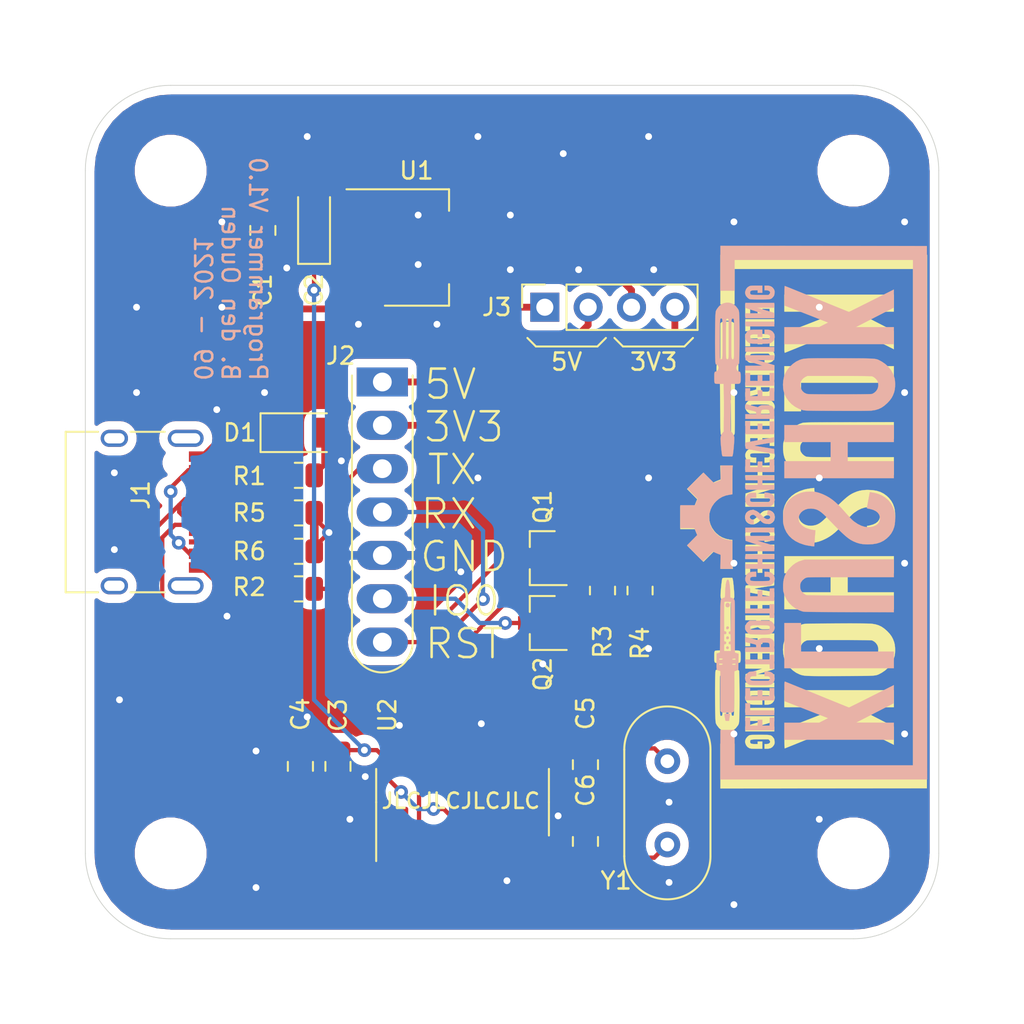
<source format=kicad_pcb>
(kicad_pcb (version 20171130) (host pcbnew "(5.1.9)-1")
  (layers (0 F.Cu signal) (31 B.Cu signal) (34 B.Paste user) (35 F.Paste user) (36 B.SilkS user) (37 F.SilkS user) (38 B.Mask user) (39 F.Mask user) (44 Edge.Cuts user))
  (net 0 "")
  (net 1 GND)
  (net 2 +5V)
  (net 3 +3V3)
  (net 4 "Net-(C5-Pad1)")
  (net 5 "Net-(C6-Pad1)")
  (net 6 "Net-(D1-Pad2)")
  (net 7 /D_P)
  (net 8 /D_N)
  (net 9 /RST)
  (net 10 /IO0)
  (net 11 /RX)
  (net 12 /TX)
  (net 13 /RTS)
  (net 14 "Net-(Q1-Pad1)")
  (net 15 /DTR)
  (net 16 "Net-(Q2-Pad1)")
  (net 17 "Net-(R2-Pad2)")
  (net 18 "Net-(U2-Pad15)")
  (net 19 "Net-(U2-Pad12)")
  (net 20 "Net-(U2-Pad11)")
  (net 21 "Net-(U2-Pad10)")
  (net 22 "Net-(U2-Pad9)")
  (net 23 "Net-(J1-PadB8)")
  (net 24 "Net-(J1-PadA5)")
  (net 25 "Net-(J1-PadA8)")
  (net 26 "Net-(J1-PadB5)")
  (net 27 "Net-(J1-PadS1)")
  (net 28 /5V_sel)
  (net 29 /3V3_sel)
  (module programmer:pogo_conn_01x07_oval (layer F.Cu) (at 47.4 55 270)
    (fp_text reference J2 (at -9.153 2.442 180) (layer F.SilkS))
    (fp_text value "Pogo pins")
    (pad 7 thru_hole oval (at 7.62 0 270) (size 1.7 3) (drill 1.1) (layers *.Cu *.Mask) (net 9 /RST))
    (pad 5 thru_hole oval (at 2.54 0 270) (size 1.7 3) (drill 1.1) (layers *.Cu *.Mask) (net 1 GND))
    (pad 3 thru_hole oval (at -2.54 0 270) (size 1.7 3) (drill 1.1) (layers *.Cu *.Mask) (net 12 /TX))
    (pad 1 thru_hole rect (at -7.62 0 270) (size 1.7 3) (drill 1.1) (layers *.Cu *.Mask) (net 28 /5V_sel))
    (pad 2 thru_hole oval (at -5.08 0 270) (size 1.7 3) (drill 1.1) (layers *.Cu *.Mask) (net 29 /3V3_sel))
    (pad 4 thru_hole oval (at 0 0 270) (size 1.7 3) (drill 1.1) (layers *.Cu *.Mask) (net 11 /RX))
    (pad 6 thru_hole oval (at 5.08 0 270) (size 1.7 3) (drill 1.1) (layers *.Cu *.Mask) (net 10 /IO0))
  )
  (module programmer:progpin_position_7pin (layer F.Cu) (at 55.3 54.9 270)
    (fp_text reference Ref** hide)
    (fp_text value Val** hide)
  )
  (module Connector_PinSocket_2.54mm:PinSocket_1x04_P2.54mm_Vertical (layer F.Cu) (at 56.92 43 90)
    (fp_text reference J3 (at 0 -2.82 180) (layer F.SilkS))
    (fp_text value "power select")
    (pad 4 thru_hole oval (at 0 7.62 90) (size 1.7 1.7) (drill 1) (layers *.Cu *.Mask) (net 29 /3V3_sel))
    (pad 3 thru_hole oval (at 0 5.08 90) (size 1.7 1.7) (drill 1) (layers *.Cu *.Mask) (net 3 +3V3))
    (pad 2 thru_hole oval (at 0 2.54 90) (size 1.7 1.7) (drill 1) (layers *.Cu *.Mask) (net 28 /5V_sel))
    (pad 1 thru_hole rect (at 0 0 90) (size 1.7 1.7) (drill 1) (layers *.Cu *.Mask) (net 2 +5V))
  )
  (module klushok-logo:logo_14.5x31.5mm (layer F.Cu) (at 73.2 55.3 270)
    (fp_text reference REF** hide)
    (fp_text value logo hide)
  )
  (module Resistor_SMD:R_0805_2012Metric (layer F.Cu) (at 42.5 57.3 180)
    (fp_text reference R6 (at 2.9 0) (layer F.SilkS))
    (fp_text value 5k1)
    (pad 2 smd roundrect (at 0.9125 0 180) (size 1.025 1.4) (layers F.Cu F.Paste F.Mask) (roundrect_rratio 0.2439004878048781) (net 26 "Net-(J1-PadB5)"))
    (pad 1 smd roundrect (at -0.9125 0 180) (size 1.025 1.4) (layers F.Cu F.Paste F.Mask) (roundrect_rratio 0.2439004878048781) (net 1 GND))
  )
  (module Resistor_SMD:R_0805_2012Metric (layer F.Cu) (at 42.5 55.05 180)
    (fp_text reference R5 (at 2.9 0) (layer F.SilkS))
    (fp_text value 5k1)
    (pad 2 smd roundrect (at 0.9125 0 180) (size 1.025 1.4) (layers F.Cu F.Paste F.Mask) (roundrect_rratio 0.2439004878048781) (net 24 "Net-(J1-PadA5)"))
    (pad 1 smd roundrect (at -0.9125 0 180) (size 1.025 1.4) (layers F.Cu F.Paste F.Mask) (roundrect_rratio 0.2439004878048781) (net 1 GND))
  )
  (module Connector_USB:USB_C_Receptacle_HRO_TYPE-C-31-M-12 (layer F.Cu) (at 32.75 55 270)
    (fp_text reference J1 (at -1 -0.5 90) (layer F.SilkS))
    (fp_text value USB_C_Receptacle_USB2.0)
    (pad B1 smd rect (at 3.25 -4.045 270) (size 0.6 1.45) (layers F.Cu F.Paste F.Mask) (net 1 GND))
    (pad A9 smd rect (at 2.45 -4.045 270) (size 0.6 1.45) (layers F.Cu F.Paste F.Mask) (net 2 +5V))
    (pad B9 smd rect (at -2.45 -4.045 270) (size 0.6 1.45) (layers F.Cu F.Paste F.Mask) (net 2 +5V))
    (pad B12 smd rect (at -3.25 -4.045 270) (size 0.6 1.45) (layers F.Cu F.Paste F.Mask) (net 1 GND))
    (pad A1 smd rect (at -3.25 -4.045 270) (size 0.6 1.45) (layers F.Cu F.Paste F.Mask) (net 1 GND))
    (pad A4 smd rect (at -2.45 -4.045 270) (size 0.6 1.45) (layers F.Cu F.Paste F.Mask) (net 2 +5V))
    (pad B4 smd rect (at 2.45 -4.045 270) (size 0.6 1.45) (layers F.Cu F.Paste F.Mask) (net 2 +5V))
    (pad A12 smd rect (at 3.25 -4.045 270) (size 0.6 1.45) (layers F.Cu F.Paste F.Mask) (net 1 GND))
    (pad B8 smd rect (at -1.75 -4.045 270) (size 0.3 1.45) (layers F.Cu F.Paste F.Mask) (net 23 "Net-(J1-PadB8)"))
    (pad A5 smd rect (at -1.25 -4.045 270) (size 0.3 1.45) (layers F.Cu F.Paste F.Mask) (net 24 "Net-(J1-PadA5)"))
    (pad B7 smd rect (at -0.75 -4.045 270) (size 0.3 1.45) (layers F.Cu F.Paste F.Mask) (net 8 /D_N))
    (pad A7 smd rect (at 0.25 -4.045 270) (size 0.3 1.45) (layers F.Cu F.Paste F.Mask) (net 8 /D_N))
    (pad B6 smd rect (at 0.75 -4.045 270) (size 0.3 1.45) (layers F.Cu F.Paste F.Mask) (net 7 /D_P))
    (pad A8 smd rect (at 1.25 -4.045 270) (size 0.3 1.45) (layers F.Cu F.Paste F.Mask) (net 25 "Net-(J1-PadA8)"))
    (pad B5 smd rect (at 1.75 -4.045 270) (size 0.3 1.45) (layers F.Cu F.Paste F.Mask) (net 26 "Net-(J1-PadB5)"))
    (pad A6 smd rect (at -0.25 -4.045 270) (size 0.3 1.45) (layers F.Cu F.Paste F.Mask) (net 7 /D_P))
    (pad S1 thru_hole oval (at 4.32 -3.13 270) (size 1 2.1) (drill oval 0.6 1.7) (layers *.Cu *.Mask) (net 27 "Net-(J1-PadS1)"))
    (pad S1 thru_hole oval (at -4.32 -3.13 270) (size 1 2.1) (drill oval 0.6 1.7) (layers *.Cu *.Mask) (net 27 "Net-(J1-PadS1)"))
    (pad "" np_thru_hole circle (at -2.89 -2.6 270) (size 0.65 0.65) (drill 0.65) (layers *.Cu *.Mask))
    (pad S1 thru_hole oval (at -4.32 1.05 270) (size 1 1.6) (drill oval 0.6 1.2) (layers *.Cu *.Mask) (net 27 "Net-(J1-PadS1)"))
    (pad "" np_thru_hole circle (at 2.89 -2.6 270) (size 0.65 0.65) (drill 0.65) (layers *.Cu *.Mask))
    (pad S1 thru_hole oval (at 4.32 1.05 270) (size 1 1.6) (drill oval 0.6 1.2) (layers *.Cu *.Mask) (net 27 "Net-(J1-PadS1)"))
  )
  (module klushok-logo:logo_14.5x31.5mm (layer B.Cu) (at 73.2 55.3 90)
    (fp_text reference REF** hide)
    (fp_text value logo hide)
  )
  (module MountingHole:MountingHole_3.2mm_M3 (layer F.Cu) (at 75 75)
    (fp_text reference REF** hide)
    (fp_text value MountingHole_3.2mm_M3)
    (pad 1 np_thru_hole circle (at 0 0) (size 3.2 3.2) (drill 3.2) (layers *.Cu *.Mask))
  )
  (module MountingHole:MountingHole_3.2mm_M3 (layer F.Cu) (at 35 75)
    (fp_text reference REF** hide)
    (fp_text value MountingHole_3.2mm_M3)
    (pad 1 np_thru_hole circle (at 0 0) (size 3.2 3.2) (drill 3.2) (layers *.Cu *.Mask))
  )
  (module MountingHole:MountingHole_3.2mm_M3 (layer F.Cu) (at 75 35)
    (fp_text reference REF** hide)
    (fp_text value MountingHole_3.2mm_M3)
    (pad 1 np_thru_hole circle (at 0 0) (size 3.2 3.2) (drill 3.2) (layers *.Cu *.Mask))
  )
  (module MountingHole:MountingHole_3.2mm_M3 (layer F.Cu) (at 35 35)
    (fp_text reference REF** hide)
    (fp_text value MountingHole_3.2mm_M3)
    (pad 1 np_thru_hole circle (at 0 0) (size 3.2 3.2) (drill 3.2) (layers *.Cu *.Mask))
  )
  (module Crystal:Crystal_HC49-U_Vertical (layer F.Cu) (at 64.1 69.6 270)
    (fp_text reference Y1 (at 7 3 180) (layer F.SilkS))
    (fp_text value 12MHz)
    (pad 2 thru_hole circle (at 4.88 0 270) (size 1.5 1.5) (drill 0.8) (layers *.Cu *.Mask) (net 5 "Net-(C6-Pad1)"))
    (pad 1 thru_hole circle (at 0 0 270) (size 1.5 1.5) (drill 0.8) (layers *.Cu *.Mask) (net 4 "Net-(C5-Pad1)"))
  )
  (module Package_SO:SOIC-16_3.9x9.9mm_P1.27mm (layer F.Cu) (at 52.1 72 90)
    (fp_text reference U2 (at 5.1 -4.4 90) (layer F.SilkS))
    (fp_text value CH340G)
    (pad 16 smd roundrect (at 2.475 -4.445 90) (size 1.95 0.6) (layers F.Cu F.Paste F.Mask) (net 3 +3V3))
    (pad 15 smd roundrect (at 2.475 -3.175 90) (size 1.95 0.6) (layers F.Cu F.Paste F.Mask) (net 18 "Net-(U2-Pad15)"))
    (pad 14 smd roundrect (at 2.475 -1.905 90) (size 1.95 0.6) (layers F.Cu F.Paste F.Mask) (net 13 /RTS))
    (pad 13 smd roundrect (at 2.475 -0.635 90) (size 1.95 0.6) (layers F.Cu F.Paste F.Mask) (net 15 /DTR))
    (pad 12 smd roundrect (at 2.475 0.635 90) (size 1.95 0.6) (layers F.Cu F.Paste F.Mask) (net 19 "Net-(U2-Pad12)"))
    (pad 11 smd roundrect (at 2.475 1.905 90) (size 1.95 0.6) (layers F.Cu F.Paste F.Mask) (net 20 "Net-(U2-Pad11)"))
    (pad 10 smd roundrect (at 2.475 3.175 90) (size 1.95 0.6) (layers F.Cu F.Paste F.Mask) (net 21 "Net-(U2-Pad10)"))
    (pad 9 smd roundrect (at 2.475 4.445 90) (size 1.95 0.6) (layers F.Cu F.Paste F.Mask) (net 22 "Net-(U2-Pad9)"))
    (pad 8 smd roundrect (at -2.475 4.445 90) (size 1.95 0.6) (layers F.Cu F.Paste F.Mask) (net 5 "Net-(C6-Pad1)"))
    (pad 7 smd roundrect (at -2.475 3.175 90) (size 1.95 0.6) (layers F.Cu F.Paste F.Mask) (net 4 "Net-(C5-Pad1)"))
    (pad 6 smd roundrect (at -2.475 1.905 90) (size 1.95 0.6) (layers F.Cu F.Paste F.Mask) (net 8 /D_N))
    (pad 5 smd roundrect (at -2.475 0.635 90) (size 1.95 0.6) (layers F.Cu F.Paste F.Mask) (net 7 /D_P))
    (pad 4 smd roundrect (at -2.475 -0.635 90) (size 1.95 0.6) (layers F.Cu F.Paste F.Mask) (net 3 +3V3))
    (pad 3 smd roundrect (at -2.475 -1.905 90) (size 1.95 0.6) (layers F.Cu F.Paste F.Mask) (net 17 "Net-(R2-Pad2)"))
    (pad 2 smd roundrect (at -2.475 -3.175 90) (size 1.95 0.6) (layers F.Cu F.Paste F.Mask) (net 11 /RX))
    (pad 1 smd roundrect (at -2.475 -4.445 90) (size 1.95 0.6) (layers F.Cu F.Paste F.Mask) (net 1 GND))
  )
  (module Package_TO_SOT_SMD:SOT-223-3_TabPin2 (layer F.Cu) (at 49.4 39.5)
    (fp_text reference U1 (at 0 -4.5) (layer F.SilkS))
    (fp_text value AMS1117-3.3)
    (pad 1 smd rect (at -3.15 -2.3) (size 2 1.5) (layers F.Cu F.Paste F.Mask) (net 1 GND))
    (pad 3 smd rect (at -3.15 2.3) (size 2 1.5) (layers F.Cu F.Paste F.Mask) (net 2 +5V))
    (pad 2 smd rect (at -3.15 0) (size 2 1.5) (layers F.Cu F.Paste F.Mask) (net 3 +3V3))
    (pad 2 smd rect (at 3.15 0) (size 2 3.8) (layers F.Cu F.Paste F.Mask) (net 3 +3V3))
  )
  (module Resistor_SMD:R_0805_2012Metric (layer F.Cu) (at 62.5 59.6 90)
    (fp_text reference R4 (at -3.0875 0 90) (layer F.SilkS))
    (fp_text value 10k)
    (pad 1 smd roundrect (at -0.9125 0 90) (size 1.025 1.4) (layers F.Cu F.Paste F.Mask) (roundrect_rratio 0.2439004878048781) (net 16 "Net-(Q2-Pad1)"))
    (pad 2 smd roundrect (at 0.9125 0 90) (size 1.025 1.4) (layers F.Cu F.Paste F.Mask) (roundrect_rratio 0.2439004878048781) (net 13 /RTS))
  )
  (module Resistor_SMD:R_0805_2012Metric (layer F.Cu) (at 60.3 59.6 270)
    (fp_text reference R3 (at 3 0 90) (layer F.SilkS))
    (fp_text value 10k)
    (pad 1 smd roundrect (at -0.9125 0 270) (size 1.025 1.4) (layers F.Cu F.Paste F.Mask) (roundrect_rratio 0.2439004878048781) (net 14 "Net-(Q1-Pad1)"))
    (pad 2 smd roundrect (at 0.9125 0 270) (size 1.025 1.4) (layers F.Cu F.Paste F.Mask) (roundrect_rratio 0.2439004878048781) (net 15 /DTR))
  )
  (module Resistor_SMD:R_0805_2012Metric (layer F.Cu) (at 42.5 59.5 180)
    (fp_text reference R2 (at 2.9 0.1) (layer F.SilkS))
    (fp_text value 470)
    (pad 2 smd roundrect (at 0.9125 0 180) (size 1.025 1.4) (layers F.Cu F.Paste F.Mask) (roundrect_rratio 0.2439004878048781) (net 17 "Net-(R2-Pad2)"))
    (pad 1 smd roundrect (at -0.9125 0 180) (size 1.025 1.4) (layers F.Cu F.Paste F.Mask) (roundrect_rratio 0.2439004878048781) (net 12 /TX))
  )
  (module Resistor_SMD:R_0805_2012Metric (layer F.Cu) (at 42.5 52.85 180)
    (fp_text reference R1 (at 2.9 -0.05) (layer F.SilkS))
    (fp_text value 300)
    (pad 2 smd roundrect (at 0.9125 0 180) (size 1.025 1.4) (layers F.Cu F.Paste F.Mask) (roundrect_rratio 0.2439004878048781) (net 2 +5V))
    (pad 1 smd roundrect (at -0.9125 0 180) (size 1.025 1.4) (layers F.Cu F.Paste F.Mask) (roundrect_rratio 0.2439004878048781) (net 6 "Net-(D1-Pad2)"))
  )
  (module Package_TO_SOT_SMD:SOT-23 (layer F.Cu) (at 56.8 61.5 180)
    (fp_text reference Q2 (at 0 -3 90) (layer F.SilkS))
    (fp_text value MMBT3904)
    (pad 1 smd rect (at -1 -0.95 180) (size 0.9 0.8) (layers F.Cu F.Paste F.Mask) (net 16 "Net-(Q2-Pad1)"))
    (pad 2 smd rect (at -1 0.95 180) (size 0.9 0.8) (layers F.Cu F.Paste F.Mask) (net 15 /DTR))
    (pad 3 smd rect (at 1 0 180) (size 0.9 0.8) (layers F.Cu F.Paste F.Mask) (net 10 /IO0))
  )
  (module Package_TO_SOT_SMD:SOT-23 (layer F.Cu) (at 56.8 57.7 180)
    (fp_text reference Q1 (at 0 3 90) (layer F.SilkS))
    (fp_text value MMBT3904)
    (pad 1 smd rect (at -1 -0.95 180) (size 0.9 0.8) (layers F.Cu F.Paste F.Mask) (net 14 "Net-(Q1-Pad1)"))
    (pad 2 smd rect (at -1 0.95 180) (size 0.9 0.8) (layers F.Cu F.Paste F.Mask) (net 13 /RTS))
    (pad 3 smd rect (at 1 0 180) (size 0.9 0.8) (layers F.Cu F.Paste F.Mask) (net 9 /RST))
  )
  (module LED_SMD:LED_1206_3216Metric (layer F.Cu) (at 42.55 50.35)
    (fp_text reference D1 (at -3.5 0) (layer F.SilkS))
    (fp_text value PWR)
    (pad 2 smd roundrect (at 1.4 0) (size 1.25 1.75) (layers F.Cu F.Paste F.Mask) (roundrect_rratio 0.2) (net 6 "Net-(D1-Pad2)"))
    (pad 1 smd roundrect (at -1.4 0) (size 1.25 1.75) (layers F.Cu F.Paste F.Mask) (roundrect_rratio 0.2) (net 1 GND))
  )
  (module Capacitor_SMD:C_0805_2012Metric (layer F.Cu) (at 59.3 74.3 90)
    (fp_text reference C6 (at 3 0 90) (layer F.SilkS))
    (fp_text value 22pF)
    (pad 2 smd roundrect (at 0.95 0 90) (size 1 1.45) (layers F.Cu F.Paste F.Mask) (net 1 GND))
    (pad 1 smd roundrect (at -0.95 0 90) (size 1 1.45) (layers F.Cu F.Paste F.Mask) (net 5 "Net-(C6-Pad1)"))
  )
  (module Capacitor_SMD:C_0805_2012Metric (layer F.Cu) (at 59.3 69.8 270)
    (fp_text reference C5 (at -3 0 90) (layer F.SilkS))
    (fp_text value 22pF)
    (pad 2 smd roundrect (at 0.95 0 270) (size 1 1.45) (layers F.Cu F.Paste F.Mask) (net 1 GND))
    (pad 1 smd roundrect (at -0.95 0 270) (size 1 1.45) (layers F.Cu F.Paste F.Mask) (net 4 "Net-(C5-Pad1)"))
  )
  (module Capacitor_SMD:C_0805_2012Metric (layer F.Cu) (at 42.6 69.9 270)
    (fp_text reference C4 (at -3.05 0 90) (layer F.SilkS))
    (fp_text value 100nF)
    (pad 2 smd roundrect (at 0.95 0 270) (size 1 1.45) (layers F.Cu F.Paste F.Mask) (net 1 GND))
    (pad 1 smd roundrect (at -0.95 0 270) (size 1 1.45) (layers F.Cu F.Paste F.Mask) (net 3 +3V3))
  )
  (module Capacitor_SMD:C_0805_2012Metric (layer F.Cu) (at 44.8 69.9 270)
    (fp_text reference C3 (at -3 0 90) (layer F.SilkS))
    (fp_text value 10uF)
    (pad 2 smd roundrect (at 0.95 0 270) (size 1 1.45) (layers F.Cu F.Paste F.Mask) (net 1 GND))
    (pad 1 smd roundrect (at -0.95 0 270) (size 1 1.45) (layers F.Cu F.Paste F.Mask) (net 3 +3V3))
  )
  (module Capacitor_Tantalum_SMD:CP_EIA-3216-10_Kemet-I (layer F.Cu) (at 43.4 38.15 90)
    (fp_text reference C2 (at -3.85 0 90) (layer F.SilkS))
    (fp_text value 10uF)
    (pad 2 smd roundrect (at 1.35 0 90) (size 1.4 1.35) (layers F.Cu F.Paste F.Mask) (roundrect_rratio 0.1851844444444445) (net 1 GND))
    (pad 1 smd roundrect (at -1.35 0 90) (size 1.4 1.35) (layers F.Cu F.Paste F.Mask) (roundrect_rratio 0.1851844444444445) (net 3 +3V3))
  )
  (module Capacitor_SMD:C_0805_2012Metric (layer F.Cu) (at 40.4 38.5 90)
    (fp_text reference C1 (at -3.5 0 90) (layer F.SilkS))
    (fp_text value 10uF)
    (pad 2 smd roundrect (at 0.95 0 90) (size 1 1.45) (layers F.Cu F.Paste F.Mask) (net 1 GND))
    (pad 1 smd roundrect (at -0.95 0 90) (size 1 1.45) (layers F.Cu F.Paste F.Mask) (net 2 +5V))
  )
  (gr_text JLCJLCJLCJLC (at 51.9964 71.9228) (layer F.SilkS) (effects (font (size 0.9 0.9))))
  (gr_line (start 56.4 45.3) (end 60 45.3) (layer F.SilkS) (width 0.12))
  (gr_line (start 55.9 44.8) (end 56.4 45.3) (layer F.SilkS) (width 0.12))
  (gr_line (start 60 45.3) (end 60.5 44.8) (layer F.SilkS) (width 0.12))
  (gr_line (start 65.1 45.3) (end 65.6 44.8) (layer F.SilkS) (width 0.12))
  (gr_line (start 61.5 45.3) (end 65.1 45.3) (layer F.SilkS) (width 0.12))
  (gr_line (start 61 44.8) (end 61.5 45.3) (layer F.SilkS) (width 0.12))
  (gr_text 3V3 (at 63.3 46.2) (layer F.SilkS) (effects (font (size 1 1))))
  (gr_text 5V (at 58.2 46.2) (layer F.SilkS) (effects (font (size 1 1))))
  (gr_text "5V\n" (at 51.392 47.516) (layer F.SilkS) (effects (font (size 1.7 1.7))))
  (gr_text "Programmer V1.0\nB. den Ouden \n09 - 2021" (at 38.5 47.4 -90) (layer B.SilkS) (effects (font (size 1 1)) (justify left mirror)))
  (gr_text "RST\n" (at 52.192 62.716) (layer F.SilkS) (effects (font (size 1.7 1.7))))
  (gr_text IO0 (at 52.192 60.216) (layer F.SilkS) (effects (font (size 1.7 1.7))))
  (gr_text GND (at 52.192 57.616) (layer F.SilkS) (effects (font (size 1.7 1.7))))
  (gr_text RX (at 51.292 55.116) (layer F.SilkS) (effects (font (size 1.7 1.7))))
  (gr_text TX (at 51.492 52.516) (layer F.SilkS) (effects (font (size 1.7 1.7))))
  (gr_text 3V3 (at 52.192 50.016) (layer F.SilkS) (effects (font (size 1.7 1.7))))
  (gr_arc (start 75 75) (end 75 80) (angle -90) (layer Edge.Cuts) (width 0.05))
  (gr_arc (start 35 75) (end 30 75) (angle -90) (layer Edge.Cuts) (width 0.05))
  (gr_arc (start 75 35) (end 80 35) (angle -90) (layer Edge.Cuts) (width 0.05))
  (gr_arc (start 35 35) (end 35 30) (angle -90) (layer Edge.Cuts) (width 0.05))
  (gr_line (start 30 75) (end 30 35) (layer Edge.Cuts) (width 0.05))
  (gr_line (start 75 80) (end 35 80) (layer Edge.Cuts) (width 0.05))
  (gr_line (start 80 35) (end 80 75) (layer Edge.Cuts) (width 0.05))
  (gr_line (start 35 30) (end 75 30) (layer Edge.Cuts) (width 0.05))
  (via (at 37.7 49) (size 0.8) (drill 0.4) (layers F.Cu B.Cu) (net 1))
  (segment (start 37.7 50.845) (end 37.7 49.2) (width 0.25) (layer F.Cu) (net 1))
  (segment (start 36.795 51.75) (end 37.7 50.845) (width 0.25) (layer F.Cu) (net 1))
  (via (at 38.3 61.1) (size 0.8) (drill 0.4) (layers F.Cu B.Cu) (net 1))
  (segment (start 38.3 59.755) (end 38.3 61.1) (width 0.25) (layer F.Cu) (net 1))
  (segment (start 36.795 58.25) (end 38.3 59.755) (width 0.25) (layer F.Cu) (net 1))
  (via (at 40.5 48) (size 0.8) (drill 0.4) (layers F.Cu B.Cu) (net 1))
  (via (at 46 44) (size 0.8) (drill 0.4) (layers F.Cu B.Cu) (net 1))
  (via (at 38 43) (size 0.8) (drill 0.4) (layers F.Cu B.Cu) (net 1))
  (via (at 49.5 40.5) (size 0.8) (drill 0.4) (layers F.Cu B.Cu) (net 1))
  (via (at 41.8 40.7) (size 0.8) (drill 0.4) (layers F.Cu B.Cu) (net 1))
  (via (at 52 58.5) (size 0.8) (drill 0.4) (layers F.Cu B.Cu) (net 1))
  (via (at 53.2 67.4) (size 0.8) (drill 0.4) (layers F.Cu B.Cu) (net 1))
  (via (at 56.8 63.9) (size 0.8) (drill 0.4) (layers F.Cu B.Cu) (net 1))
  (via (at 57.7 72.8) (size 0.8) (drill 0.4) (layers F.Cu B.Cu) (net 1))
  (via (at 45.5 73) (size 0.8) (drill 0.4) (layers F.Cu B.Cu) (net 1))
  (via (at 46.4 70.5) (size 0.8) (drill 0.4) (layers F.Cu B.Cu) (net 1))
  (via (at 64.2 72) (size 0.8) (drill 0.4) (layers F.Cu B.Cu) (net 1))
  (via (at 54.7 76.6) (size 0.8) (drill 0.4) (layers F.Cu B.Cu) (net 1))
  (via (at 64.2 76.7) (size 0.8) (drill 0.4) (layers F.Cu B.Cu) (net 1))
  (via (at 48.4 67.5) (size 0.8) (drill 0.4) (layers F.Cu B.Cu) (net 1))
  (via (at 31.7 57.2) (size 0.8) (drill 0.4) (layers F.Cu B.Cu) (net 1))
  (via (at 31.7 52.7) (size 0.8) (drill 0.4) (layers F.Cu B.Cu) (net 1))
  (via (at 33 48) (size 0.8) (drill 0.4) (layers F.Cu B.Cu) (net 1))
  (via (at 50.6 44) (size 0.8) (drill 0.4) (layers F.Cu B.Cu) (net 1))
  (via (at 44.275 56.2) (size 0.8) (drill 0.4) (layers F.Cu B.Cu) (net 1))
  (segment (start 43.4125 57.0625) (end 44.275 56.2) (width 0.25) (layer F.Cu) (net 1))
  (segment (start 43.4125 57.3) (end 43.4125 57.0625) (width 0.25) (layer F.Cu) (net 1))
  (segment (start 43.4125 55.3375) (end 44.275 56.2) (width 0.25) (layer F.Cu) (net 1))
  (segment (start 43.4125 55.05) (end 43.4125 55.3375) (width 0.25) (layer F.Cu) (net 1))
  (via (at 58.9 40.8) (size 0.8) (drill 0.4) (layers F.Cu B.Cu) (net 1))
  (via (at 54.9 40.8) (size 0.8) (drill 0.4) (layers F.Cu B.Cu) (net 1))
  (via (at 49.5 37.6) (size 0.8) (drill 0.4) (layers F.Cu B.Cu) (net 1))
  (via (at 54.9 37.6) (size 0.8) (drill 0.4) (layers F.Cu B.Cu) (net 1))
  (via (at 63.3 40.8) (size 0.8) (drill 0.4) (layers F.Cu B.Cu) (net 1))
  (via (at 63 33) (size 0.8) (drill 0.4) (layers F.Cu B.Cu) (net 1))
  (via (at 68 38) (size 0.8) (drill 0.4) (layers F.Cu B.Cu) (net 1))
  (via (at 73 43) (size 0.8) (drill 0.4) (layers F.Cu B.Cu) (net 1))
  (via (at 78 38) (size 0.8) (drill 0.4) (layers F.Cu B.Cu) (net 1))
  (via (at 68 48) (size 0.8) (drill 0.4) (layers F.Cu B.Cu) (net 1))
  (via (at 73 53) (size 0.8) (drill 0.4) (layers F.Cu B.Cu) (net 1))
  (via (at 78 48) (size 0.8) (drill 0.4) (layers F.Cu B.Cu) (net 1))
  (via (at 68 58) (size 0.8) (drill 0.4) (layers F.Cu B.Cu) (net 1))
  (via (at 68 68) (size 0.8) (drill 0.4) (layers F.Cu B.Cu) (net 1))
  (via (at 68 78) (size 0.8) (drill 0.4) (layers F.Cu B.Cu) (net 1))
  (via (at 73 63) (size 0.8) (drill 0.4) (layers F.Cu B.Cu) (net 1))
  (via (at 73 73) (size 0.8) (drill 0.4) (layers F.Cu B.Cu) (net 1))
  (via (at 78 68) (size 0.8) (drill 0.4) (layers F.Cu B.Cu) (net 1))
  (via (at 78 58) (size 0.8) (drill 0.4) (layers F.Cu B.Cu) (net 1))
  (via (at 63 53) (size 0.8) (drill 0.4) (layers F.Cu B.Cu) (net 1))
  (via (at 53 53) (size 0.8) (drill 0.4) (layers F.Cu B.Cu) (net 1))
  (via (at 63 63) (size 0.8) (drill 0.4) (layers F.Cu B.Cu) (net 1))
  (via (at 53 33) (size 0.8) (drill 0.4) (layers F.Cu B.Cu) (net 1))
  (via (at 43 33) (size 0.8) (drill 0.4) (layers F.Cu B.Cu) (net 1))
  (via (at 38 38) (size 0.8) (drill 0.4) (layers F.Cu B.Cu) (net 1))
  (via (at 33 43) (size 0.8) (drill 0.4) (layers F.Cu B.Cu) (net 1))
  (via (at 43 67) (size 0.8) (drill 0.4) (layers F.Cu B.Cu) (net 1))
  (via (at 40 69) (size 0.8) (drill 0.4) (layers F.Cu B.Cu) (net 1))
  (via (at 32 66) (size 0.8) (drill 0.4) (layers F.Cu B.Cu) (net 1))
  (via (at 40 77) (size 0.8) (drill 0.4) (layers F.Cu B.Cu) (net 1))
  (via (at 58 34) (size 0.8) (drill 0.4) (layers F.Cu B.Cu) (net 1))
  (via (at 45 52) (size 0.8) (drill 0.4) (layers F.Cu B.Cu) (net 1))
  (via (at 35.469998 56.8) (size 0.8) (drill 0.4) (layers F.Cu B.Cu) (net 2))
  (segment (start 36.119998 57.45) (end 35.469998 56.8) (width 0.25) (layer F.Cu) (net 2))
  (segment (start 36.795 57.45) (end 36.119998 57.45) (width 0.25) (layer F.Cu) (net 2))
  (via (at 35 53.8) (size 0.8) (drill 0.4) (layers F.Cu B.Cu) (net 2))
  (segment (start 35 56.330002) (end 35 53.8) (width 0.25) (layer B.Cu) (net 2))
  (segment (start 35.469998 56.8) (end 35 56.330002) (width 0.25) (layer B.Cu) (net 2))
  (segment (start 36.034998 52.55) (end 36.795 52.55) (width 0.25) (layer F.Cu) (net 2))
  (segment (start 35 53.584998) (end 36.034998 52.55) (width 0.25) (layer F.Cu) (net 2))
  (segment (start 35 53.8) (end 35 53.584998) (width 0.25) (layer F.Cu) (net 2))
  (segment (start 37.77 52.55) (end 38.9 51.42) (width 0.4) (layer F.Cu) (net 2))
  (segment (start 36.795 52.55) (end 37.77 52.55) (width 0.4) (layer F.Cu) (net 2))
  (segment (start 38.9 51.42) (end 38.9 44.6) (width 0.4) (layer F.Cu) (net 2))
  (segment (start 40.4 39.45) (end 40.4 43.1) (width 0.4) (layer F.Cu) (net 2))
  (segment (start 38.9 44.6) (end 40.4 43.1) (width 0.4) (layer F.Cu) (net 2))
  (segment (start 46.25 41.8) (end 49.8 41.8) (width 0.4) (layer F.Cu) (net 2))
  (segment (start 51 43) (end 56.92 43) (width 0.4) (layer F.Cu) (net 2))
  (segment (start 49.8 41.8) (end 51 43) (width 0.4) (layer F.Cu) (net 2))
  (segment (start 36.795 52.55) (end 37.75 52.55) (width 0.25) (layer F.Cu) (net 2))
  (segment (start 38.05 52.85) (end 41.5875 52.85) (width 0.25) (layer F.Cu) (net 2))
  (segment (start 37.75 52.55) (end 38.05 52.85) (width 0.25) (layer F.Cu) (net 2))
  (segment (start 44.95 43.1) (end 46.25 41.8) (width 0.4) (layer F.Cu) (net 2))
  (segment (start 40.4 43.1) (end 44.95 43.1) (width 0.4) (layer F.Cu) (net 2))
  (segment (start 43.4 39.5) (end 46.25 39.5) (width 0.25) (layer F.Cu) (net 3))
  (segment (start 46.25 39.5) (end 52.55 39.5) (width 0.4) (layer F.Cu) (net 3))
  (segment (start 52.55 39.5) (end 59.5 39.5) (width 0.4) (layer F.Cu) (net 3))
  (segment (start 62 42) (end 62 43) (width 0.4) (layer F.Cu) (net 3))
  (segment (start 59.5 39.5) (end 62 42) (width 0.4) (layer F.Cu) (net 3))
  (segment (start 42.6 68.95) (end 44.8 68.95) (width 0.25) (layer F.Cu) (net 3))
  (segment (start 47.08 68.95) (end 47.655 69.525) (width 0.25) (layer F.Cu) (net 3))
  (via (at 48.5 71.4) (size 0.8) (drill 0.4) (layers F.Cu B.Cu) (net 3))
  (segment (start 47.655 70.555) (end 48.5 71.4) (width 0.25) (layer F.Cu) (net 3))
  (segment (start 47.655 69.525) (end 47.655 70.555) (width 0.25) (layer F.Cu) (net 3))
  (segment (start 48.5 71.4) (end 49.5 72.4) (width 0.25) (layer B.Cu) (net 3))
  (via (at 50.4 72.4) (size 0.8) (drill 0.4) (layers F.Cu B.Cu) (net 3))
  (segment (start 49.5 72.4) (end 50.4 72.4) (width 0.25) (layer B.Cu) (net 3))
  (segment (start 50.4 72.4) (end 51 72.4) (width 0.25) (layer F.Cu) (net 3))
  (segment (start 51.465 72.865) (end 51.465 74.475) (width 0.25) (layer F.Cu) (net 3))
  (segment (start 51 72.4) (end 51.465 72.865) (width 0.25) (layer F.Cu) (net 3))
  (via (at 43.4 42) (size 0.8) (drill 0.4) (layers F.Cu B.Cu) (net 3))
  (segment (start 43.4 39.5) (end 43.4 42) (width 0.25) (layer F.Cu) (net 3))
  (via (at 46.35 68.95) (size 0.8) (drill 0.4) (layers F.Cu B.Cu) (net 3))
  (segment (start 43.4 66) (end 46.35 68.95) (width 0.25) (layer B.Cu) (net 3))
  (segment (start 43.4 42) (end 43.4 66) (width 0.25) (layer B.Cu) (net 3))
  (segment (start 46.35 68.95) (end 47.08 68.95) (width 0.25) (layer F.Cu) (net 3))
  (segment (start 44.8 68.95) (end 46.35 68.95) (width 0.25) (layer F.Cu) (net 3))
  (segment (start 55.275 74.475) (end 55.275 73.425) (width 0.25) (layer F.Cu) (net 4))
  (segment (start 55.275 73.425) (end 57.7 71) (width 0.25) (layer F.Cu) (net 4))
  (segment (start 57.7 71) (end 57.7 69.2) (width 0.25) (layer F.Cu) (net 4))
  (segment (start 58.05 68.85) (end 59.3 68.85) (width 0.25) (layer F.Cu) (net 4))
  (segment (start 57.7 69.2) (end 58.05 68.85) (width 0.25) (layer F.Cu) (net 4))
  (segment (start 63.350001 68.850001) (end 64.1 69.6) (width 0.25) (layer F.Cu) (net 4))
  (segment (start 59.3 68.85) (end 63.350001 68.850001) (width 0.25) (layer F.Cu) (net 4))
  (segment (start 56.545 74.475) (end 56.875 74.475) (width 0.25) (layer F.Cu) (net 5))
  (segment (start 57.65 75.25) (end 59.3 75.25) (width 0.25) (layer F.Cu) (net 5))
  (segment (start 56.875 74.475) (end 57.65 75.25) (width 0.25) (layer F.Cu) (net 5))
  (segment (start 63.33 75.25) (end 64.1 74.48) (width 0.25) (layer F.Cu) (net 5))
  (segment (start 59.3 75.25) (end 63.33 75.25) (width 0.25) (layer F.Cu) (net 5))
  (segment (start 43.95 52.3125) (end 43.4125 52.85) (width 0.25) (layer F.Cu) (net 6))
  (segment (start 43.95 50.35) (end 43.95 52.3125) (width 0.25) (layer F.Cu) (net 6))
  (segment (start 36.795 54.75) (end 37.75 54.75) (width 0.25) (layer F.Cu) (net 7))
  (segment (start 37.755002 55.75) (end 38.05 55.455002) (width 0.25) (layer F.Cu) (net 7))
  (segment (start 36.795 55.75) (end 37.755002 55.75) (width 0.25) (layer F.Cu) (net 7))
  (segment (start 38.05 55.455002) (end 38.05 55.05) (width 0.25) (layer F.Cu) (net 7))
  (segment (start 37.75 54.75) (end 38.05 55.05) (width 0.25) (layer F.Cu) (net 7))
  (segment (start 52.735 75.45) (end 52.735 74.475) (width 0.25) (layer F.Cu) (net 7))
  (segment (start 51.95998 76.22502) (end 52.735 75.45) (width 0.25) (layer F.Cu) (net 7))
  (segment (start 45.08683 76.22502) (end 51.95998 76.22502) (width 0.25) (layer F.Cu) (net 7))
  (segment (start 34.50499 65.64318) (end 45.08683 76.22502) (width 0.25) (layer F.Cu) (net 7))
  (segment (start 34.50499 56.49501) (end 34.50499 65.64318) (width 0.25) (layer F.Cu) (net 7))
  (segment (start 35.25 55.75) (end 34.50499 56.49501) (width 0.25) (layer F.Cu) (net 7))
  (segment (start 36.795 55.75) (end 35.25 55.75) (width 0.25) (layer F.Cu) (net 7))
  (segment (start 36.795 55.25) (end 35.75 55.25) (width 0.25) (layer F.Cu) (net 8))
  (segment (start 35.75 55.25) (end 35.5 55) (width 0.25) (layer F.Cu) (net 8))
  (segment (start 35.834998 54.25) (end 36.795 54.25) (width 0.25) (layer F.Cu) (net 8))
  (segment (start 35.5 54.584998) (end 35.834998 54.25) (width 0.25) (layer F.Cu) (net 8))
  (segment (start 35.5 55) (end 35.5 54.584998) (width 0.25) (layer F.Cu) (net 8))
  (segment (start 54.005 75.45) (end 54.005 74.475) (width 0.25) (layer F.Cu) (net 8))
  (segment (start 44.90043 76.67503) (end 52.77997 76.67503) (width 0.25) (layer F.Cu) (net 8))
  (segment (start 34.05498 65.82958) (end 44.90043 76.67503) (width 0.25) (layer F.Cu) (net 8))
  (segment (start 34.05498 56.030018) (end 34.05498 65.82958) (width 0.25) (layer F.Cu) (net 8))
  (segment (start 52.77997 76.67503) (end 54.005 75.45) (width 0.25) (layer F.Cu) (net 8))
  (segment (start 35.5 54.584998) (end 34.05498 56.030018) (width 0.25) (layer F.Cu) (net 8))
  (segment (start 54.4 57.7) (end 55.8 57.7) (width 0.25) (layer F.Cu) (net 9))
  (segment (start 49.48 62.62) (end 54.4 57.7) (width 0.25) (layer F.Cu) (net 9))
  (segment (start 47.4 62.62) (end 49.48 62.62) (width 0.25) (layer F.Cu) (net 9))
  (via (at 54.6 61.5) (size 0.8) (drill 0.4) (layers F.Cu B.Cu) (net 10))
  (segment (start 55.8 61.5) (end 54.6 61.5) (width 0.25) (layer F.Cu) (net 10))
  (segment (start 54.6 61.5) (end 53.1 61.5) (width 0.25) (layer B.Cu) (net 10))
  (segment (start 47.4 60.08) (end 51.68 60.08) (width 0.25) (layer B.Cu) (net 10))
  (segment (start 51.68 60.08) (end 51.7 60.1) (width 0.25) (layer B.Cu) (net 10))
  (segment (start 53.1 61.5) (end 51.7 60.1) (width 0.25) (layer B.Cu) (net 10))
  (via (at 53.3 60.1) (size 0.8) (drill 0.4) (layers F.Cu B.Cu) (net 11))
  (segment (start 49.55001 63.84999) (end 53.3 60.1) (width 0.25) (layer F.Cu) (net 11))
  (segment (start 53.3 60.1) (end 53.3 56.1) (width 0.25) (layer B.Cu) (net 11))
  (segment (start 52.1 55) (end 52.15 54.95) (width 0.25) (layer B.Cu) (net 11))
  (segment (start 47.4 55) (end 52.1 55) (width 0.25) (layer B.Cu) (net 11))
  (segment (start 53.3 56.1) (end 52.15 54.95) (width 0.25) (layer B.Cu) (net 11))
  (segment (start 49.55001 73.84999) (end 49.55001 63.84999) (width 0.25) (layer F.Cu) (net 11))
  (segment (start 48.925 74.475) (end 49.55001 73.84999) (width 0.25) (layer F.Cu) (net 11))
  (segment (start 43.4125 59.5) (end 44.2 59.5) (width 0.25) (layer F.Cu) (net 12))
  (segment (start 44.2 59.5) (end 45 58.7) (width 0.25) (layer F.Cu) (net 12))
  (segment (start 45 58.7) (end 45 53.5) (width 0.25) (layer F.Cu) (net 12))
  (segment (start 46.04 52.46) (end 47.4 52.46) (width 0.25) (layer F.Cu) (net 12))
  (segment (start 45 53.5) (end 46.04 52.46) (width 0.25) (layer F.Cu) (net 12))
  (segment (start 57.8 56.75) (end 61.35 56.75) (width 0.25) (layer F.Cu) (net 13))
  (segment (start 62.5 57.9) (end 62.5 58.6875) (width 0.25) (layer F.Cu) (net 13))
  (segment (start 61.35 56.75) (end 62.5 57.9) (width 0.25) (layer F.Cu) (net 13))
  (segment (start 57.8 57.135002) (end 57.8 56.75) (width 0.25) (layer F.Cu) (net 13))
  (segment (start 50.195 64.740002) (end 57.8 57.135002) (width 0.25) (layer F.Cu) (net 13))
  (segment (start 50.195 69.525) (end 50.195 64.740002) (width 0.25) (layer F.Cu) (net 13))
  (segment (start 60.2625 58.65) (end 60.3 58.6875) (width 0.25) (layer F.Cu) (net 14))
  (segment (start 57.8 58.65) (end 60.2625 58.65) (width 0.25) (layer F.Cu) (net 14))
  (segment (start 60.2625 60.55) (end 60.3 60.5125) (width 0.25) (layer F.Cu) (net 15))
  (segment (start 57.8 60.55) (end 60.2625 60.55) (width 0.25) (layer F.Cu) (net 15))
  (segment (start 57.8 61.014998) (end 57.8 60.55) (width 0.25) (layer F.Cu) (net 15))
  (segment (start 51.465 67.349998) (end 57.8 61.014998) (width 0.25) (layer F.Cu) (net 15))
  (segment (start 51.465 69.525) (end 51.465 67.349998) (width 0.25) (layer F.Cu) (net 15))
  (segment (start 61.45 62.45) (end 62.5 61.4) (width 0.25) (layer F.Cu) (net 16))
  (segment (start 57.8 62.45) (end 61.45 62.45) (width 0.25) (layer F.Cu) (net 16))
  (segment (start 62.5 60.5125) (end 62.5 61.4) (width 0.25) (layer F.Cu) (net 16))
  (segment (start 50.195 75.45) (end 50.195 74.475) (width 0.25) (layer F.Cu) (net 17))
  (segment (start 49.86999 75.77501) (end 50.195 75.45) (width 0.25) (layer F.Cu) (net 17))
  (segment (start 41.54999 71.522992) (end 45.802008 75.77501) (width 0.25) (layer F.Cu) (net 17))
  (segment (start 45.802008 75.77501) (end 49.86999 75.77501) (width 0.25) (layer F.Cu) (net 17))
  (segment (start 41.54999 59.53751) (end 41.54999 71.522992) (width 0.25) (layer F.Cu) (net 17))
  (segment (start 41.5875 59.5) (end 41.54999 59.53751) (width 0.25) (layer F.Cu) (net 17))
  (segment (start 36.795 53.75) (end 38.55 53.75) (width 0.25) (layer F.Cu) (net 24))
  (segment (start 39.85 55.05) (end 41.5875 55.05) (width 0.25) (layer F.Cu) (net 24))
  (segment (start 38.55 53.75) (end 39.85 55.05) (width 0.25) (layer F.Cu) (net 24))
  (segment (start 37.424999 56.824999) (end 38.724999 56.824999) (width 0.25) (layer F.Cu) (net 26))
  (segment (start 37.35 56.75) (end 37.424999 56.824999) (width 0.25) (layer F.Cu) (net 26))
  (segment (start 36.795 56.75) (end 37.35 56.75) (width 0.25) (layer F.Cu) (net 26))
  (segment (start 39.2 57.3) (end 41.5875 57.3) (width 0.25) (layer F.Cu) (net 26))
  (segment (start 38.724999 56.824999) (end 39.2 57.3) (width 0.25) (layer F.Cu) (net 26))
  (segment (start 59.46 44.04) (end 59.46 43) (width 0.4) (layer F.Cu) (net 28))
  (segment (start 56.12 47.38) (end 59.46 44.04) (width 0.4) (layer F.Cu) (net 28))
  (segment (start 47.4 47.38) (end 56.12 47.38) (width 0.4) (layer F.Cu) (net 28))
  (segment (start 64.54 45.46) (end 64.54 43) (width 0.4) (layer F.Cu) (net 29))
  (segment (start 60.08 49.92) (end 64.54 45.46) (width 0.4) (layer F.Cu) (net 29))
  (segment (start 47.4 49.92) (end 60.08 49.92) (width 0.4) (layer F.Cu) (net 29))
  (zone (net 1) (net_name GND) (layer F.Cu) (connect_pads (clearance 0.508)) (min_thickness 0.254) (fill yes (arc_segments 32) (thermal_gap 0.508) (thermal_bridge_width 0.508))
    (polygon (pts (xy 82.5 82.5) (xy 27.5 82.5) (xy 27.5 27.5) (xy 82.5 27.5)))
  )
  (zone (net 1) (net_name GND) (layer B.Cu) (connect_pads (clearance 0.508)) (min_thickness 0.254) (fill yes (arc_segments 32) (thermal_gap 0.508) (thermal_bridge_width 0.508))
    (polygon (pts (xy 85 85) (xy 25 85) (xy 25 25) (xy 85 25)))
  )
)
</source>
